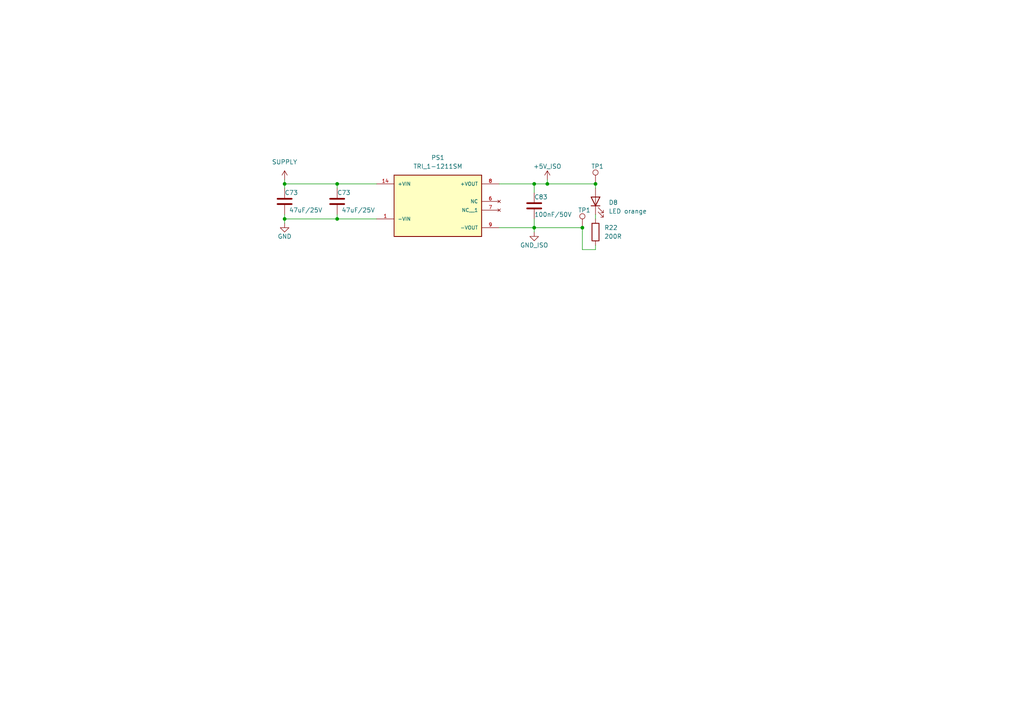
<source format=kicad_sch>
(kicad_sch (version 20230121) (generator eeschema)
  (paper "A4")
  (lib_symbols
    (symbol "Connector:TestPoint" (pin_numbers hide) (pin_names (offset 0.762) hide)
      (property "Reference" "TP" (at 0 6.858 0))
      (property "Value" "TestPoint" (at 0 5.08 0))
      (symbol "TestPoint_0_1"
        (circle (center 0 3.302) (radius 0.762))
      )
      (symbol "TestPoint_1_1"
        (pin passive line (at 0 0 90) (length 2.54) (name "1") (number "1"))
      )
    )
    (symbol "Device:C" (pin_numbers hide) (pin_names (offset 0.254))
      (property "Reference" "C" (at 0.635 2.54 0))
      (property "Value" "C" (at 0.635 -2.54 0))
      (symbol "C_0_1"
        (polyline (pts (xy -2.032 -0.762) (xy 2.032 -0.762)) (stroke (width 0.508)))
        (polyline (pts (xy -2.032 0.762) (xy 2.032 0.762)) (stroke (width 0.508)))
      )
      (symbol "C_1_1"
        (pin passive line (at 0 3.81 270) (length 2.794) (name "~") (number "1"))
        (pin passive line (at 0 -3.81 90) (length 2.794) (name "~") (number "2"))
      )
    )
    (symbol "Device:LED" (pin_numbers hide) (pin_names (offset 1.016) hide)
      (property "Reference" "D" (at 0 2.54 0))
      (property "Value" "LED" (at 0 -2.54 0))
      (symbol "LED_0_1"
        (polyline (pts (xy -1.27 -1.27) (xy -1.27 1.27)) (stroke (width 0.254)))
        (polyline (pts (xy -1.27 0) (xy 1.27 0)))
        (polyline (pts (xy 1.27 -1.27) (xy 1.27 1.27) (xy -1.27 0) (xy 1.27 -1.27)) (stroke (width 0.254)))
        (polyline (pts (xy -3.048 -0.762) (xy -4.572 -2.286) (xy -3.81 -2.286) (xy -4.572 -2.286) (xy -4.572 -1.524)))
        (polyline (pts (xy -1.778 -0.762) (xy -3.302 -2.286) (xy -2.54 -2.286) (xy -3.302 -2.286) (xy -3.302 -1.524)))
      )
      (symbol "LED_1_1"
        (pin passive line (at -3.81 0 0) (length 2.54) (name "K") (number "1"))
        (pin passive line (at 3.81 0 180) (length 2.54) (name "A") (number "2"))
      )
    )
    (symbol "Device:R" (pin_numbers hide) (pin_names (offset 0))
      (property "Reference" "R" (at 2.032 0 90))
      (property "Value" "R" (at 0 0 90))
      (symbol "R_0_1"
        (rectangle (start -1.016 -2.54) (end 1.016 2.54) (stroke (width 0.254)))
      )
      (symbol "R_1_1"
        (pin passive line (at 0 3.81 270) (length 1.27) (name "~") (number "1"))
        (pin passive line (at 0 -3.81 90) (length 1.27) (name "~") (number "2"))
      )
    )
    (symbol "TRI_1-1211SM:TRI_1-1211SM" (pin_names (offset 1.016))
      (property "Reference" "PS" (at -12.7 8.382 0))
      (property "Value" "TRI_1-1211SM" (at -12.7 -12.7 0))
      (symbol "TRI_1-1211SM_0_0"
        (rectangle (start -12.7 -10.16) (end 12.7 7.62) (stroke (width 0.254)) (fill (type background)))
        (pin input line (at -17.78 -5.08 0) (length 5.08) (name "-VIN") (number "1"))
        (pin input line (at -17.78 5.08 0) (length 5.08) (name "+VIN") (number "14"))
        (pin no_connect line (at 17.78 0 180) (length 5.08) (name "NC") (number "6"))
        (pin no_connect line (at 17.78 -2.54 180) (length 5.08) (name "NC__1") (number "7"))
        (pin output line (at 17.78 5.08 180) (length 5.08) (name "+VOUT") (number "8"))
        (pin output line (at 17.78 -7.62 180) (length 5.08) (name "-VOUT") (number "9"))
      )
    )
    (symbol "bmsPower_Symbols:+5V_ISO" (power) (in_bom no) (on_board no)
      (property "Value" "+5V_ISO" (at 0 3.81 0))
      (symbol "+5V_ISO_0_1"
        (polyline (pts (xy -0.762 1.27) (xy 0 2.54)))
        (polyline (pts (xy 0 0) (xy 0 2.54)))
        (polyline (pts (xy 0 2.54) (xy 0.762 1.27)))
      )
      (symbol "+5V_ISO_1_1"
        (pin power_in line (at 0 0 90) (length 0) hide (name "+5V_ISO") (number "1"))
      )
    )
    (symbol "bmsPower_Symbols:GND_0" (power) (in_bom no) (on_board no)
      (property "Value" "GND_0" (at 0 -4.064 0))
      (symbol "GND_0_0_1"
        (polyline (pts (xy 0 0) (xy 0 -1.27) (xy 1.27 -1.27) (xy 0 -2.54) (xy -1.27 -1.27) (xy 0 -1.27)))
      )
      (symbol "GND_0_1_1"
        (pin power_in line (at 0 0 270) (length 0) hide (name "GND") (number "1"))
      )
    )
    (symbol "bmsPower_Symbols:GND_ISO" (power) (in_bom no) (on_board no)
      (property "Value" "GND_ISO" (at 0 1.27 0))
      (symbol "GND_ISO_0_1"
        (polyline (pts (xy 0 0) (xy 0 -1.27) (xy 1.27 -1.27) (xy 0 -2.54) (xy -1.27 -1.27) (xy 0 -1.27)))
      )
      (symbol "GND_ISO_1_1"
        (pin power_in line (at 0 0 270) (length 0) hide (name "GND_ISO") (number "1"))
      )
    )
    (symbol "bmsPower_Symbols:SUPPLY_0" (power) (in_bom no) (on_board no)
      (property "Value" "SUPPLY_0" (at 0.254 3.302 0))
      (symbol "SUPPLY_0_0_1"
        (polyline (pts (xy -0.762 1.27) (xy 0 2.54)))
        (polyline (pts (xy 0 0) (xy 0 2.54)))
        (polyline (pts (xy 0 2.54) (xy 0.762 1.27)))
      )
      (symbol "SUPPLY_0_1_1"
        (pin power_in line (at 0 0 90) (length 0) hide (name "SUPPLY") (number "1"))
      )
    )
  )
  (junction (at 168.91 66.04))
  (junction (at 97.79 53.34))
  (junction (at 82.55 53.34))
  (junction (at 154.94 53.34))
  (junction (at 158.75 53.34))
  (junction (at 82.55 63.5))
  (junction (at 172.72 53.34))
  (junction (at 154.94 66.04))
  (junction (at 97.79 63.5))
  (wire (pts (xy 144.78 66.04) (xy 154.94 66.04)))
  (wire (pts (xy 172.72 53.34) (xy 172.72 54.61)))
  (wire (pts (xy 158.75 53.34) (xy 172.72 53.34)))
  (wire (pts (xy 154.94 63.5) (xy 154.94 66.04)))
  (wire (pts (xy 97.79 62.23) (xy 97.79 63.5)))
  (wire (pts (xy 97.79 53.34) (xy 109.22 53.34)))
  (wire (pts (xy 154.94 67.31) (xy 154.94 66.04)))
  (wire (pts (xy 82.55 53.34) (xy 82.55 54.61)))
  (wire (pts (xy 172.72 71.12) (xy 172.72 72.39)))
  (wire (pts (xy 154.94 66.04) (xy 168.91 66.04)))
  (wire (pts (xy 172.72 62.23) (xy 172.72 63.5)))
  (wire (pts (xy 82.55 52.07) (xy 82.55 53.34)))
  (wire (pts (xy 158.75 52.07) (xy 158.75 53.34)))
  (wire (pts (xy 97.79 53.34) (xy 97.79 54.61)))
  (wire (pts (xy 168.91 66.04) (xy 168.91 72.39)))
  (wire (pts (xy 82.55 63.5) (xy 97.79 63.5)))
  (wire (pts (xy 82.55 63.5) (xy 82.55 64.77)))
  (wire (pts (xy 97.79 63.5) (xy 109.22 63.5)))
  (wire (pts (xy 154.94 53.34) (xy 154.94 55.88)))
  (wire (pts (xy 82.55 53.34) (xy 97.79 53.34)))
  (wire (pts (xy 144.78 53.34) (xy 154.94 53.34)))
  (wire (pts (xy 168.91 72.39) (xy 172.72 72.39)))
  (wire (pts (xy 158.75 53.34) (xy 154.94 53.34)))
  (wire (pts (xy 82.55 62.23) (xy 82.55 63.5)))
  (symbol (lib_id "Device:C") (at 97.79 58.42 0) (unit 1)
    (property "Reference" "C73" (at 97.79 55.88 0) (effects (justify left)))
    (property "Value" "47uF/25V" (at 99.06 60.96 0) (effects (justify left)))
    (property "Footprint" "Capacitor_SMD:C_1206_3216Metric" (effects hide))
    (instances (project "BMS-Master" (path "" (reference "C73") (unit 1)) (path "" (reference "C110") (unit 1))))
  )
  (symbol (lib_id "bmsPower_Symbols:GND_ISO") (at 154.94 67.31 0) (unit 1) (in_bom no) (on_board no)
    (property "Reference" "#PWR0189" (effects hide))
    (property "Value" "GND_ISO" (at 154.94 71.12 0))
  )
  (symbol (lib_id "Connector:TestPoint") (at 168.91 66.04 0) (unit 1)
    (property "Reference" "TP1" (at 167.64 60.96 0) (effects (justify left)))
    (property "Value" "TestPoint" (effects hide))
    (property "Footprint" "TestPoint:TestPoint_Keystone_5000-5004_Miniature" (effects hide))
    (instances (project "BMS-Master" (path "" (reference "TP1") (unit 1)) (path "" (reference "TP36") (unit 1))))
  )
  (symbol (lib_id "bmsPower_Symbols:SUPPLY_0") (at 82.55 52.07 0) (unit 1) (in_bom no) (on_board no)
    (property "Reference" "#PWR0186" (effects hide))
    (property "Value" "SUPPLY_0" (at 82.55 46.99 0))
  )
  (symbol (lib_id "Connector:TestPoint") (at 172.72 53.34 0) (unit 1)
    (property "Reference" "TP1" (at 171.45 48.26 0) (effects (justify left)))
    (property "Value" "TestPoint" (effects hide))
    (property "Footprint" "TestPoint:TestPoint_Keystone_5000-5004_Miniature" (effects hide))
    (instances (project "BMS-Master" (path "" (reference "TP1") (unit 1)) (path "" (reference "TP35") (unit 1))))
  )
  (symbol (lib_id "bmsPower_Symbols:GND_0") (at 82.55 64.77 0) (unit 1) (in_bom no) (on_board no)
    (property "Reference" "#PWR0125" (effects hide))
    (property "Value" "GND_0" (at 82.55 68.58 0))
    (instances (project "BMS-Master" (path "" (reference "#PWR0125") (unit 1)) (path "" (reference "#PWR0188") (unit 1))))
  )
  (symbol (lib_id "Device:C") (at 154.94 59.69 0) (unit 1)
    (property "Reference" "C83" (at 154.94 57.15 0) (effects (justify left)))
    (property "Value" "100nF/50V" (at 154.94 62.23 0) (effects (justify left)))
    (property "Footprint" "Capacitor_SMD:C_0603_1608Metric" (effects hide))
    (instances (project "BMS-Master" (path "" (reference "C83") (unit 1)) (path "" (reference "C111") (unit 1))))
  )
  (symbol (lib_id "Device:R") (at 172.72 67.31 0) (unit 1)
    (property "Reference" "R22" (at 175.26 66.04 0) (effects (justify left)))
    (property "Value" "200R" (at 175.26 68.58 0) (effects (justify left)))
    (property "Footprint" "Resistor_SMD:R_0603_1608Metric" (effects hide))
    (instances (project "BMS-Master" (path "" (reference "R22") (unit 1)) (path "" (reference "R86") (unit 1))))
  )
  (symbol (lib_id "Device:LED") (at 172.72 58.42 90) (unit 1)
    (property "Reference" "D8" (at 176.53 58.7375 90) (effects (justify right)))
    (property "Value" "LED orange" (at 176.53 61.2775 90) (effects (justify right)))
    (property "Footprint" "LED_SMD:LED_0603_1608Metric" (effects hide))
    (instances (project "BMS-Master" (path "" (reference "D8") (unit 1)) (path "" (reference "D13") (unit 1))))
  )
  (symbol (lib_id "Device:C") (at 82.55 58.42 0) (unit 1)
    (property "Reference" "C73" (at 82.55 55.88 0) (effects (justify left)))
    (property "Value" "47uF/25V" (at 83.82 60.96 0) (effects (justify left)))
    (property "Footprint" "Capacitor_SMD:C_1206_3216Metric" (effects hide))
    (instances (project "BMS-Master" (path "" (reference "C73") (unit 1)) (path "" (reference "C109") (unit 1))))
  )
  (symbol (lib_id "bmsPower_Symbols:+5V_ISO") (at 158.75 52.07 0) (unit 1) (in_bom no) (on_board no)
    (property "Reference" "#PWR0187" (effects hide))
    (property "Value" "+5V_ISO" (at 158.75 48.26 0))
  )
  (symbol (lib_id "TRI_1-1211SM:TRI_1-1211SM") (at 127 58.42 0) (unit 1)
    (property "Reference" "PS1" (at 127 45.72 0))
    (property "Value" "TRI_1-1211SM" (at 127 48.26 0))
    (property "Footprint" "TRI 1-1211SM:CONV_TRI_1-1211SM" (effects hide))
    (property "Datasheet" "https://www.tracopower.com/sites/default/files/products/datasheets/tri1sm_datasheet.pdf" (effects hide))
    (property "MF" "Traco Power" (effects hide))
    (property "MAXIMUM_PACKAGE_HEIGHT" "11.0mm" (effects hide))
    (property "Package" "None" (effects hide))
    (property "Price" "None" (effects hide))
    (property "Check_prices" "https://www.snapeda.com/parts/TRI%201-1211SM/Traco+Power/view-part/?ref=eda" (effects hide))
    (property "STANDARD" "Manufacturer Recommendations" (effects hide))
    (property "PARTREV" "April 5, 2023" (effects hide))
    (property "SnapEDA_Link" "https://www.snapeda.com/parts/TRI%201-1211SM/Traco+Power/view-part/?ref=snap" (effects hide))
    (property "MP" "TRI 1-1211SM" (effects hide))
    (property "Purchase-URL" "https://www.snapeda.com/api/url_track_click_mouser/?unipart_id=13589675&manufacturer=Traco Power&part_name=TRI 1-1211SM&search_term=None" (effects hide))
    (property "Description" "\nDC-DC Converter, High Isolation, 1W, 10.8-13.2Vin, 5Vout, 200mA, TRI 1SM Series | TRACO Power TRI 1-1211SM\n" (effects hide))
    (property "Availability" "In Stock" (effects hide))
    (property "MANUFACTURER" "Traco Power" (effects hide))
  )
)
</source>
